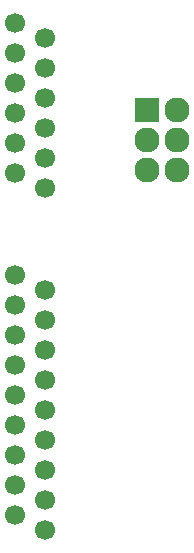
<source format=gbr>
G04 #@! TF.FileFunction,Soldermask,Bot*
%FSLAX46Y46*%
G04 Gerber Fmt 4.6, Leading zero omitted, Abs format (unit mm)*
G04 Created by KiCad (PCBNEW 4.0.7-e2-6376~58~ubuntu16.04.1) date Tue Dec  5 20:34:02 2017*
%MOMM*%
%LPD*%
G01*
G04 APERTURE LIST*
%ADD10C,0.100000*%
%ADD11C,1.700000*%
%ADD12R,2.127200X2.127200*%
%ADD13O,2.127200X2.127200*%
G04 APERTURE END LIST*
D10*
D11*
X115062000Y-109474000D03*
X115062000Y-106934000D03*
X115062000Y-104394000D03*
X115062000Y-112014000D03*
X117602000Y-105664000D03*
X117602000Y-108204000D03*
X117602000Y-110744000D03*
X117602000Y-113284000D03*
X115062000Y-114554000D03*
X117602000Y-115824000D03*
X115062000Y-117094000D03*
X117602000Y-118364000D03*
X115062000Y-119634000D03*
X117602000Y-120904000D03*
X115062000Y-122174000D03*
X117602000Y-123444000D03*
X115062000Y-124714000D03*
X117602000Y-125984000D03*
X115062000Y-88138000D03*
X115062000Y-85598000D03*
X115062000Y-83058000D03*
X115062000Y-90678000D03*
X117602000Y-84328000D03*
X117602000Y-86868000D03*
X117602000Y-89408000D03*
X117602000Y-91948000D03*
X115062000Y-93218000D03*
X117602000Y-94488000D03*
X115062000Y-95758000D03*
X117602000Y-97028000D03*
D12*
X126238000Y-90424000D03*
D13*
X128778000Y-90424000D03*
X126238000Y-92964000D03*
X128778000Y-92964000D03*
X126238000Y-95504000D03*
X128778000Y-95504000D03*
M02*

</source>
